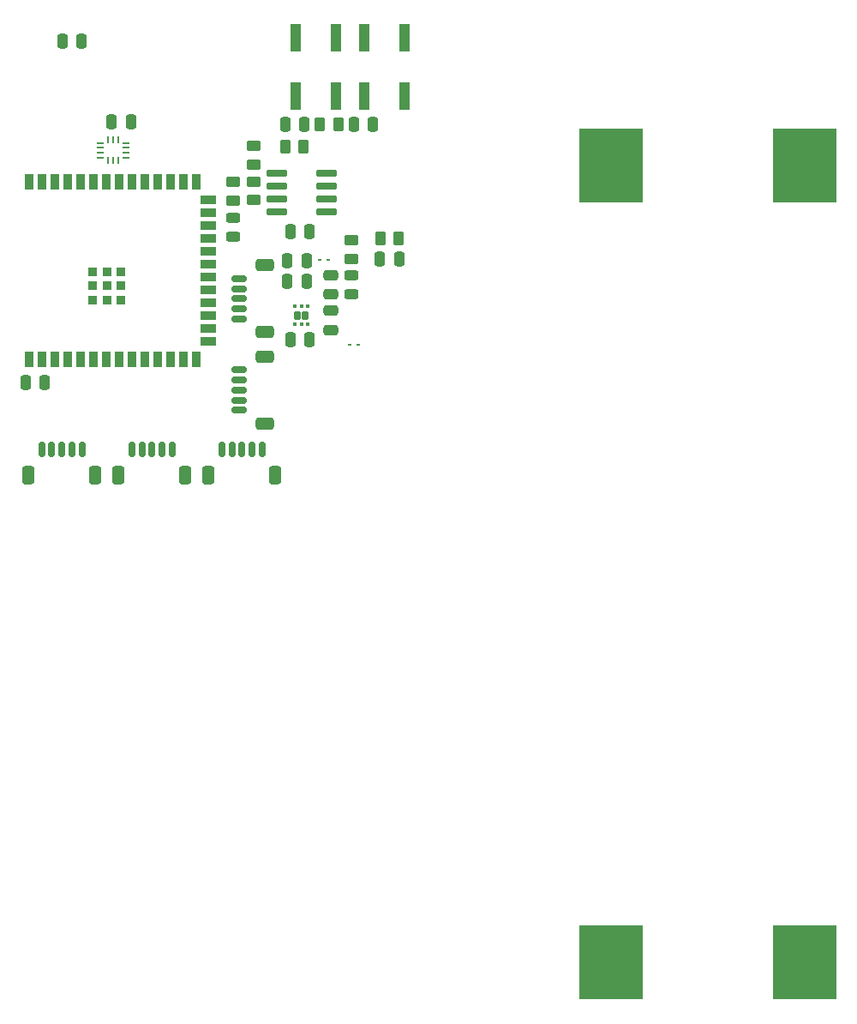
<source format=gbr>
%TF.GenerationSoftware,KiCad,Pcbnew,8.0.3*%
%TF.CreationDate,2024-07-13T14:18:46-04:00*%
%TF.ProjectId,get-a-grip-on-reality,6765742d-612d-4677-9269-702d6f6e2d72,rev?*%
%TF.SameCoordinates,Original*%
%TF.FileFunction,Paste,Top*%
%TF.FilePolarity,Positive*%
%FSLAX46Y46*%
G04 Gerber Fmt 4.6, Leading zero omitted, Abs format (unit mm)*
G04 Created by KiCad (PCBNEW 8.0.3) date 2024-07-13 14:18:46*
%MOMM*%
%LPD*%
G01*
G04 APERTURE LIST*
G04 Aperture macros list*
%AMRoundRect*
0 Rectangle with rounded corners*
0 $1 Rounding radius*
0 $2 $3 $4 $5 $6 $7 $8 $9 X,Y pos of 4 corners*
0 Add a 4 corners polygon primitive as box body*
4,1,4,$2,$3,$4,$5,$6,$7,$8,$9,$2,$3,0*
0 Add four circle primitives for the rounded corners*
1,1,$1+$1,$2,$3*
1,1,$1+$1,$4,$5*
1,1,$1+$1,$6,$7*
1,1,$1+$1,$8,$9*
0 Add four rect primitives between the rounded corners*
20,1,$1+$1,$2,$3,$4,$5,0*
20,1,$1+$1,$4,$5,$6,$7,0*
20,1,$1+$1,$6,$7,$8,$9,0*
20,1,$1+$1,$8,$9,$2,$3,0*%
G04 Aperture macros list end*
%ADD10RoundRect,0.250000X0.250000X0.475000X-0.250000X0.475000X-0.250000X-0.475000X0.250000X-0.475000X0*%
%ADD11RoundRect,0.150000X-0.625000X0.150000X-0.625000X-0.150000X0.625000X-0.150000X0.625000X0.150000X0*%
%ADD12RoundRect,0.250000X-0.650000X0.350000X-0.650000X-0.350000X0.650000X-0.350000X0.650000X0.350000X0*%
%ADD13RoundRect,0.250000X-0.450000X0.262500X-0.450000X-0.262500X0.450000X-0.262500X0.450000X0.262500X0*%
%ADD14RoundRect,0.172500X-0.172500X0.262500X-0.172500X-0.262500X0.172500X-0.262500X0.172500X0.262500X0*%
%ADD15RoundRect,0.093750X-0.106250X0.093750X-0.106250X-0.093750X0.106250X-0.093750X0.106250X0.093750X0*%
%ADD16RoundRect,0.243750X-0.456250X0.243750X-0.456250X-0.243750X0.456250X-0.243750X0.456250X0.243750X0*%
%ADD17RoundRect,0.250000X-0.250000X-0.475000X0.250000X-0.475000X0.250000X0.475000X-0.250000X0.475000X0*%
%ADD18RoundRect,0.250000X-0.262500X-0.450000X0.262500X-0.450000X0.262500X0.450000X-0.262500X0.450000X0*%
%ADD19RoundRect,0.062500X-0.117500X-0.062500X0.117500X-0.062500X0.117500X0.062500X-0.117500X0.062500X0*%
%ADD20RoundRect,0.150000X0.150000X0.625000X-0.150000X0.625000X-0.150000X-0.625000X0.150000X-0.625000X0*%
%ADD21RoundRect,0.250000X0.350000X0.650000X-0.350000X0.650000X-0.350000X-0.650000X0.350000X-0.650000X0*%
%ADD22R,0.675000X0.250000*%
%ADD23R,0.250000X0.675000*%
%ADD24R,6.350000X7.340000*%
%ADD25RoundRect,0.250000X0.475000X-0.250000X0.475000X0.250000X-0.475000X0.250000X-0.475000X-0.250000X0*%
%ADD26R,0.900000X0.900000*%
%ADD27R,0.900000X1.500000*%
%ADD28R,1.500000X0.900000*%
%ADD29R,1.000000X2.750000*%
%ADD30RoundRect,0.250000X0.450000X-0.262500X0.450000X0.262500X-0.450000X0.262500X-0.450000X-0.262500X0*%
%ADD31RoundRect,0.250000X0.262500X0.450000X-0.262500X0.450000X-0.262500X-0.450000X0.262500X-0.450000X0*%
%ADD32RoundRect,0.250000X-0.475000X0.250000X-0.475000X-0.250000X0.475000X-0.250000X0.475000X0.250000X0*%
%ADD33RoundRect,0.075000X0.910000X0.225000X-0.910000X0.225000X-0.910000X-0.225000X0.910000X-0.225000X0*%
G04 APERTURE END LIST*
D10*
%TO.C,C8*%
X47525000Y-34325000D03*
X45625000Y-34325000D03*
%TD*%
%TO.C,C6*%
X43875200Y-68066800D03*
X41975200Y-68066800D03*
%TD*%
D11*
%TO.C,J6*%
X63100000Y-57775000D03*
X63100000Y-58775000D03*
X63100000Y-59775000D03*
X63100000Y-60775000D03*
X63100000Y-61775000D03*
D12*
X65625000Y-56475000D03*
X65625000Y-63075000D03*
%TD*%
D13*
%TO.C,R4*%
X64525000Y-44700000D03*
X64525000Y-46525000D03*
%TD*%
D14*
%TO.C,U1*%
X69625000Y-61400000D03*
X68825000Y-61400000D03*
D15*
X69875000Y-60512500D03*
X69225000Y-60512500D03*
X68575000Y-60512500D03*
X68575000Y-62287500D03*
X69225000Y-62287500D03*
X69875000Y-62287500D03*
%TD*%
D16*
%TO.C,D2*%
X62475000Y-51750000D03*
X62475000Y-53625000D03*
%TD*%
D10*
%TO.C,C5*%
X69747400Y-55992200D03*
X67847400Y-55992200D03*
%TD*%
D17*
%TO.C,C3*%
X67617800Y-42525000D03*
X69517800Y-42525000D03*
%TD*%
D10*
%TO.C,C11*%
X52375000Y-42325000D03*
X50475000Y-42325000D03*
%TD*%
%TO.C,C13*%
X70025000Y-53125000D03*
X68125000Y-53125000D03*
%TD*%
%TO.C,C1*%
X70050000Y-63825000D03*
X68150000Y-63825000D03*
%TD*%
D18*
%TO.C,R1*%
X71058900Y-42525000D03*
X72883900Y-42525000D03*
%TD*%
D19*
%TO.C,D1*%
X71845000Y-55891200D03*
X71005000Y-55891200D03*
%TD*%
D11*
%TO.C,J5*%
X63097400Y-66781200D03*
X63097400Y-67781200D03*
X63097400Y-68781200D03*
X63097400Y-69781200D03*
X63097400Y-70781200D03*
D12*
X65622400Y-65481200D03*
X65622400Y-72081200D03*
%TD*%
D20*
%TO.C,J3*%
X56475000Y-74625000D03*
X55475000Y-74625000D03*
X54475000Y-74625000D03*
X53475000Y-74625000D03*
X52475000Y-74625000D03*
D21*
X57775000Y-77150000D03*
X51175000Y-77150000D03*
%TD*%
D22*
%TO.C,U4*%
X51881700Y-45875000D03*
X51881700Y-45375000D03*
X51881700Y-44875000D03*
X51881700Y-44375000D03*
D23*
X51119200Y-44112500D03*
X50619200Y-44112500D03*
X50119200Y-44112500D03*
D22*
X49356700Y-44375000D03*
X49356700Y-44875000D03*
X49356700Y-45375000D03*
X49356700Y-45875000D03*
D23*
X50119200Y-46137500D03*
X50619200Y-46137500D03*
X51119200Y-46137500D03*
%TD*%
D24*
%TO.C,BT1*%
X118925000Y-125286200D03*
X99815000Y-46626200D03*
X118925000Y-46626200D03*
X99815000Y-125286200D03*
%TD*%
D25*
%TO.C,C9*%
X72135000Y-59320200D03*
X72135000Y-57420200D03*
%TD*%
D17*
%TO.C,C2*%
X74425000Y-42525000D03*
X76325000Y-42525000D03*
%TD*%
D26*
%TO.C,U2*%
X48624000Y-59891000D03*
X50024000Y-59891000D03*
X51424000Y-59891000D03*
X48624000Y-58491000D03*
X50024000Y-58491000D03*
X51424000Y-58491000D03*
X48624000Y-57091000D03*
X50024000Y-57091000D03*
X51424000Y-57091000D03*
D27*
X42304000Y-65741000D03*
X43574000Y-65741000D03*
X44844000Y-65741000D03*
X46114000Y-65741000D03*
X47384000Y-65741000D03*
X48654000Y-65741000D03*
X49924000Y-65741000D03*
X51194000Y-65741000D03*
X52464000Y-65741000D03*
X53734000Y-65741000D03*
X55004000Y-65741000D03*
X56274000Y-65741000D03*
X57544000Y-65741000D03*
X58814000Y-65741000D03*
D28*
X60064000Y-63976000D03*
X60064000Y-62706000D03*
X60064000Y-61436000D03*
X60064000Y-60166000D03*
X60064000Y-58896000D03*
X60064000Y-57626000D03*
X60064000Y-56356000D03*
X60064000Y-55086000D03*
X60064000Y-53816000D03*
X60064000Y-52546000D03*
X60064000Y-51276000D03*
X60064000Y-50006000D03*
D27*
X58814000Y-48241000D03*
X57544000Y-48241000D03*
X56274000Y-48241000D03*
X55004000Y-48241000D03*
X53734000Y-48241000D03*
X52464000Y-48241000D03*
X51194000Y-48241000D03*
X49924000Y-48241000D03*
X48654000Y-48241000D03*
X47384000Y-48241000D03*
X46114000Y-48241000D03*
X44844000Y-48241000D03*
X43574000Y-48241000D03*
X42304000Y-48241000D03*
%TD*%
D16*
%TO.C,D3*%
X74175000Y-57450000D03*
X74175000Y-59325000D03*
%TD*%
D29*
%TO.C,RESET1*%
X79425000Y-34015000D03*
X79425000Y-39775000D03*
X75425000Y-34015000D03*
X75425000Y-39775000D03*
%TD*%
D10*
%TO.C,C4*%
X69747400Y-58075000D03*
X67847400Y-58075000D03*
%TD*%
D20*
%TO.C,J2*%
X47575000Y-74630000D03*
X46575000Y-74630000D03*
X45575000Y-74630000D03*
X44575000Y-74630000D03*
X43575000Y-74630000D03*
D21*
X48875000Y-77155000D03*
X42275000Y-77155000D03*
%TD*%
D19*
%TO.C,D8*%
X74830800Y-64325000D03*
X73990800Y-64325000D03*
%TD*%
D30*
%TO.C,R5*%
X64525000Y-50037500D03*
X64525000Y-48212500D03*
%TD*%
%TO.C,R2*%
X62475000Y-50071300D03*
X62475000Y-48246300D03*
%TD*%
D31*
%TO.C,R6*%
X78862500Y-53850000D03*
X77037500Y-53850000D03*
%TD*%
D20*
%TO.C,J4*%
X65375000Y-74625000D03*
X64375000Y-74625000D03*
X63375000Y-74625000D03*
X62375000Y-74625000D03*
X61375000Y-74625000D03*
D21*
X66675000Y-77150000D03*
X60075000Y-77150000D03*
%TD*%
D29*
%TO.C,BOOT1*%
X68681800Y-39796400D03*
X68681800Y-34036400D03*
X72681800Y-39796400D03*
X72681800Y-34036400D03*
%TD*%
D32*
%TO.C,C10*%
X72130000Y-60961000D03*
X72130000Y-62861000D03*
%TD*%
D10*
%TO.C,C12*%
X78900000Y-55850000D03*
X77000000Y-55850000D03*
%TD*%
D33*
%TO.C,U5*%
X71720000Y-51205000D03*
X71720000Y-49935000D03*
X71720000Y-48665000D03*
X71720000Y-47395000D03*
X66780000Y-47395000D03*
X66780000Y-48665000D03*
X66780000Y-49935000D03*
X66780000Y-51205000D03*
%TD*%
D31*
%TO.C,R7*%
X69437500Y-44725000D03*
X67612500Y-44725000D03*
%TD*%
D30*
%TO.C,R3*%
X74200400Y-55817900D03*
X74200400Y-53992900D03*
%TD*%
M02*

</source>
